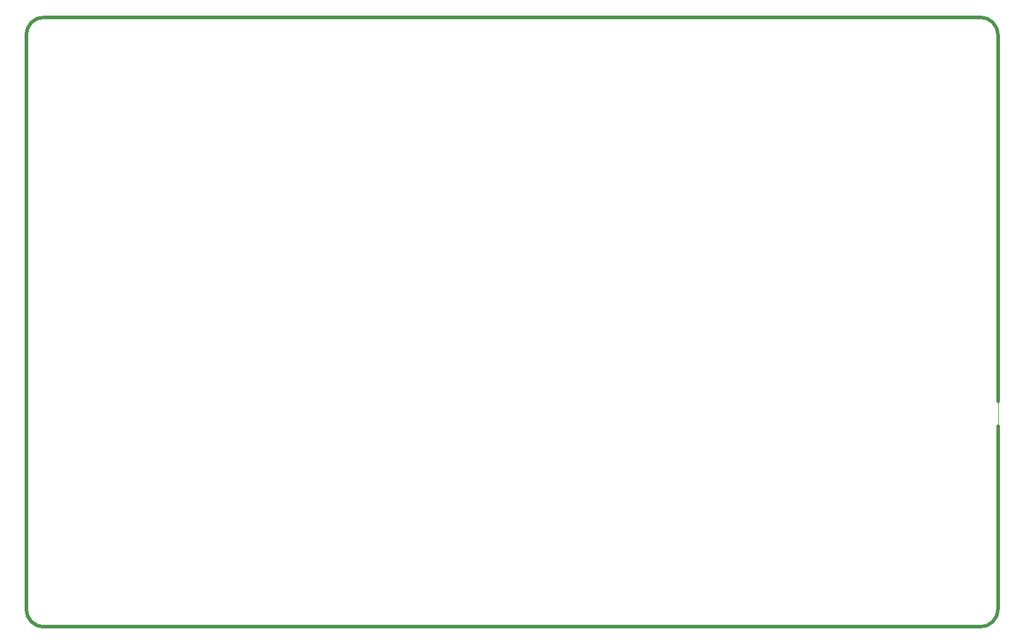
<source format=gbr>
G04 (created by PCBNEW (2013-jul-07)-stable) date miÃ© 17 sep 2014 11:04:25 ART*
%MOIN*%
G04 Gerber Fmt 3.4, Leading zero omitted, Abs format*
%FSLAX34Y34*%
G01*
G70*
G90*
G04 APERTURE LIST*
%ADD10C,0.00590551*%
%ADD11C,0.001*%
%ADD12C,0.02*%
G04 APERTURE END LIST*
G54D10*
G54D11*
X65748Y-34527D02*
X65748Y-33149D01*
G54D12*
X65748Y-44685D02*
X65748Y-34527D01*
X65748Y-12795D02*
X65748Y-33149D01*
X12795Y-11811D02*
X64763Y-11811D01*
X11811Y-44685D02*
X11811Y-12795D01*
X64763Y-45669D02*
X12795Y-45669D01*
X65748Y-12795D02*
G75*
G03X64763Y-11811I-984J0D01*
G74*
G01*
X64763Y-45669D02*
G75*
G03X65748Y-44685I0J984D01*
G74*
G01*
X11811Y-44685D02*
G75*
G03X12795Y-45669I984J0D01*
G74*
G01*
X12795Y-11811D02*
G75*
G03X11811Y-12795I0J-984D01*
G74*
G01*
M02*

</source>
